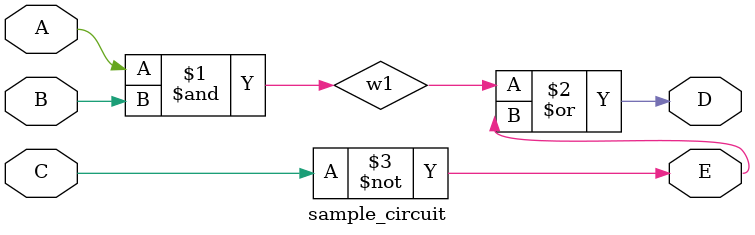
<source format=v>


module sample_circuit (input A, B, C, output D, E);
    wire w1;

    and G1(w1, A, B);
    not G2(E, C);
    or G3(D, w1, E);
endmodule


</source>
